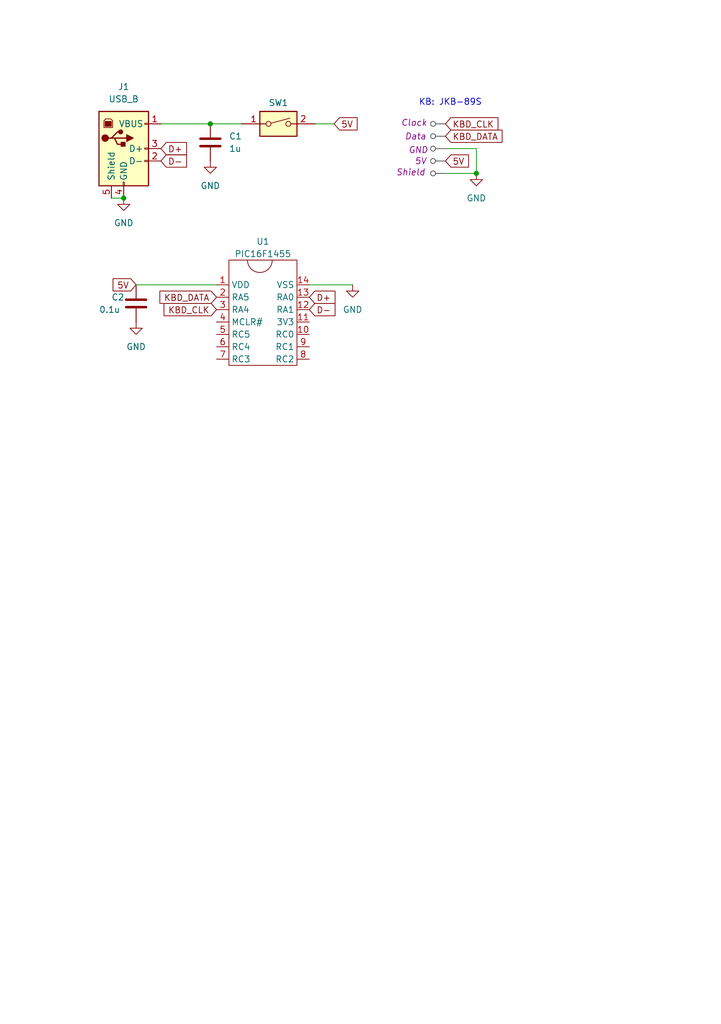
<source format=kicad_sch>
(kicad_sch (version 20231120) (generator "eeschema") (generator_version "8.0")
  (paper "A5" portrait)
  (lib_symbols
    (symbol "0Ore:PIC16F1455"
      (property "Reference" "U" (at 0 0 0))
      (symbol "PIC16F1455_0_1"
        (rectangle (start -7.62 22.86) (end 6.35 1.27))
        (arc (start -3.81 22.86) (mid -3.0661 21.0639) (end -1.27 20.32))
        (arc (start -1.27 20.32) (mid 0.5261 21.0639) (end 1.27 22.86))
      )
      (symbol "PIC16F1455_1_1"
        (pin output line (at -10.16 17.78 0) (length 2.54) (name "VDD") (number "1"))
        (pin bidirectional line (at 8.89 7.62 180) (length 2.54) (name "RC0") (number "10"))
        (pin output line (at 8.89 10.16 180) (length 2.54) (name "3V3") (number "11"))
        (pin bidirectional line (at 8.89 12.7 180) (length 2.54) (name "RA1") (number "12"))
        (pin bidirectional line (at 8.89 15.24 180) (length 2.54) (name "RA0") (number "13"))
        (pin output line (at 8.89 17.78 180) (length 2.54) (name "VSS") (number "14"))
        (pin bidirectional line (at -10.16 15.24 0) (length 2.54) (name "RA5") (number "2"))
        (pin bidirectional line (at -10.16 12.7 0) (length 2.54) (name "RA4") (number "3"))
        (pin input line (at -10.16 10.16 0) (length 2.54) (name "MCLR#") (number "4"))
        (pin bidirectional line (at -10.16 7.62 0) (length 2.54) (name "RC5") (number "5"))
        (pin bidirectional line (at -10.16 5.08 0) (length 2.54) (name "RC4") (number "6"))
        (pin bidirectional line (at -10.16 2.54 0) (length 2.54) (name "RC3") (number "7"))
        (pin bidirectional line (at 8.89 2.54 180) (length 2.54) (name "RC2") (number "8"))
        (pin bidirectional line (at 8.89 5.08 180) (length 2.54) (name "RC1") (number "9"))
      )
    )
    (symbol "Connector:USB_B" (pin_names (offset 1.016))
      (property "Reference" "J" (at -5.08 11.43 0))
      (property "Value" "USB_B" (at -5.08 8.89 0))
      (symbol "USB_B_0_1"
        (rectangle (start -5.08 -7.62) (end 5.08 7.62) (stroke (width 0.254)) (fill (type background)))
        (circle (center -3.81 2.159) (radius 0.635) (stroke (width 0.254)) (fill (type outline)))
        (rectangle (start -3.81 5.588) (end -2.54 4.572) (fill (type outline)))
        (circle (center -0.635 3.429) (radius 0.381) (stroke (width 0.254)) (fill (type outline)))
        (rectangle (start -0.127 -7.62) (end 0.127 -6.858))
        (polyline (pts (xy -1.905 2.159) (xy 0.635 2.159)) (stroke (width 0.254)))
        (polyline (pts (xy -3.175 2.159) (xy -2.54 2.159) (xy -1.27 3.429) (xy -0.635 3.429)) (stroke (width 0.254)))
        (polyline (pts (xy -2.54 2.159) (xy -1.905 2.159) (xy -1.27 0.889) (xy 0 0.889)) (stroke (width 0.254)))
        (polyline (pts (xy 0.635 2.794) (xy 0.635 1.524) (xy 1.905 2.159) (xy 0.635 2.794)) (stroke (width 0.254)) (fill (type outline)))
        (polyline (pts (xy -4.064 4.318) (xy -2.286 4.318) (xy -2.286 5.715) (xy -2.667 6.096) (xy -3.683 6.096) (xy -4.064 5.715) (xy -4.064 4.318)))
        (rectangle (start 0.254 1.27) (end -0.508 0.508) (stroke (width 0.254)) (fill (type outline)))
        (rectangle (start 5.08 -2.667) (end 4.318 -2.413))
        (rectangle (start 5.08 -0.127) (end 4.318 0.127))
        (rectangle (start 5.08 4.953) (end 4.318 5.207))
      )
      (symbol "USB_B_1_1"
        (pin power_out line (at 7.62 5.08 180) (length 2.54) (name "VBUS") (number "1"))
        (pin bidirectional line (at 7.62 -2.54 180) (length 2.54) (name "D-") (number "2"))
        (pin bidirectional line (at 7.62 0 180) (length 2.54) (name "D+") (number "3"))
        (pin power_out line (at 0 -10.16 90) (length 2.54) (name "GND") (number "4"))
        (pin passive line (at -2.54 -10.16 90) (length 2.54) (name "Shield") (number "5"))
      )
    )
    (symbol "Device:C" (pin_numbers hide) (pin_names (offset 0.254))
      (property "Reference" "C" (at 0.635 2.54 0))
      (property "Value" "C" (at 0.635 -2.54 0))
      (symbol "C_0_1"
        (polyline (pts (xy -2.032 -0.762) (xy 2.032 -0.762)) (stroke (width 0.508)))
        (polyline (pts (xy -2.032 0.762) (xy 2.032 0.762)) (stroke (width 0.508)))
      )
      (symbol "C_1_1"
        (pin passive line (at 0 3.81 270) (length 2.794) (name "~") (number "1"))
        (pin passive line (at 0 -3.81 90) (length 2.794) (name "~") (number "2"))
      )
    )
    (symbol "Switch:SW_DIP_x01" (pin_names (offset 0) hide)
      (property "Reference" "SW" (at 0 3.81 0))
      (property "Value" "SW_DIP_x01" (at 0 -3.81 0))
      (symbol "SW_DIP_x01_0_0"
        (circle (center -2.032 0) (radius 0.508))
        (polyline (pts (xy -1.524 0.127) (xy 2.3622 1.1684)))
        (circle (center 2.032 0) (radius 0.508))
      )
      (symbol "SW_DIP_x01_0_1"
        (rectangle (start -3.81 2.54) (end 3.81 -2.54) (stroke (width 0.254)) (fill (type background)))
      )
      (symbol "SW_DIP_x01_1_1"
        (pin passive line (at -7.62 0 0) (length 5.08) (name "~") (number "1"))
        (pin passive line (at 7.62 0 180) (length 5.08) (name "~") (number "2"))
      )
    )
    (symbol "power:GND" (power) (pin_numbers hide) (pin_names (offset 0) hide)
      (property "Value" "GND" (at 0 -3.81 0))
      (symbol "GND_0_1"
        (polyline (pts (xy 0 0) (xy 0 -1.27) (xy 1.27 -1.27) (xy 0 -2.54) (xy -1.27 -1.27) (xy 0 -1.27)))
      )
      (symbol "GND_1_1"
        (pin power_in line (at 0 0 270) (length 0) (name "~") (number "1"))
      )
    )
  )
  (junction (at 97.79 35.56))
  (junction (at 25.4 40.64))
  (junction (at 43.18 25.4))
  (wire (pts (xy 43.18 25.4) (xy 49.53 25.4)))
  (wire (pts (xy 64.77 25.4) (xy 68.58 25.4)))
  (wire (pts (xy 22.86 40.64) (xy 25.4 40.64)))
  (wire (pts (xy 27.94 58.42) (xy 44.45 58.42)))
  (wire (pts (xy 91.44 30.48) (xy 97.79 30.48)))
  (wire (pts (xy 63.5 58.42) (xy 72.39 58.42)))
  (wire (pts (xy 97.79 30.48) (xy 97.79 35.56)))
  (wire (pts (xy 43.18 25.4) (xy 33.02 25.4)))
  (wire (pts (xy 91.44 35.56) (xy 97.79 35.56)))
  (text "KB: JKB-89S" (at 92.456 21.082 0) (effects (font (size 1.27 1.27))))
  (global_label "KBD_DATA" (shape input) (at 44.45 60.96 180) (property "Intersheetrefs" "${INTERSHEET_REFS}" (effects (hide yes))))
  (global_label "5V" (shape input) (at 27.94 58.42 180) (property "Intersheetrefs" "${INTERSHEET_REFS}" (effects (hide yes))))
  (global_label "KBD_CLK" (shape input) (at 91.44 25.4 0) (property "Intersheetrefs" "${INTERSHEET_REFS}" (effects (hide yes))))
  (global_label "D+" (shape input) (at 63.5 60.96 0) (property "Intersheetrefs" "${INTERSHEET_REFS}" (effects (hide yes))))
  (global_label "5V" (shape input) (at 68.58 25.4 0) (property "Intersheetrefs" "${INTERSHEET_REFS}" (effects (hide yes))))
  (global_label "D+" (shape input) (at 33.02 30.48 0) (property "Intersheetrefs" "${INTERSHEET_REFS}" (effects (hide yes))))
  (global_label "KBD_DATA" (shape input) (at 91.44 27.94 0) (property "Intersheetrefs" "${INTERSHEET_REFS}" (effects (hide yes))))
  (global_label "D-" (shape input) (at 63.5 63.5 0) (property "Intersheetrefs" "${INTERSHEET_REFS}" (effects (hide yes))))
  (global_label "D-" (shape input) (at 33.02 33.02 0) (property "Intersheetrefs" "${INTERSHEET_REFS}" (effects (hide yes))))
  (global_label "KBD_CLK" (shape input) (at 44.45 63.5 180) (property "Intersheetrefs" "${INTERSHEET_REFS}" (effects (hide yes))))
  (global_label "5V" (shape input) (at 91.44 33.02 0) (property "Intersheetrefs" "${INTERSHEET_REFS}" (effects (hide yes))))
  (netclass_flag "" (length 2.54) (shape round) (at 91.44 27.94 90) (property "Netclass" "Data" (at 83.058 27.94 0) (effects (font (italic yes)) (justify left))))
  (netclass_flag "" (length 2.54) (shape round) (at 91.44 25.4 90) (property "Netclass" "Clock" (at 82.296 25.146 0) (effects (font (italic yes)) (justify left))))
  (netclass_flag "" (length 2.54) (shape round) (at 91.44 35.56 90) (property "Netclass" "Shield" (at 81.28 35.306 0) (effects (font (italic yes)) (justify left))))
  (netclass_flag "" (length 2.54) (shape round) (at 91.44 33.02 90) (property "Netclass" "5V" (at 85.09 33.02 0) (effects (font (italic yes)) (justify left))))
  (netclass_flag "" (length 2.54) (shape round) (at 91.44 30.48 90) (property "Netclass" "GND" (at 83.82 30.734 0) (effects (font (italic yes)) (justify left))))
  (symbol (lib_id "0Ore:PIC16F1455") (at 54.61 76.2 0) (unit 1)
    (property "Reference" "U1" (at 53.975 49.53 0))
    (property "Value" "PIC16F1455" (at 53.975 52.07 0))
  )
  (symbol (lib_id "power:GND") (at 25.4 40.64 0) (unit 1)
    (property "Reference" "#PWR03" (effects (hide yes)))
    (property "Value" "GND" (at 25.4 45.72 0))
    (property "Description" "Power symbol creates a global label with name \"GND\" , ground" (effects (hide yes)))
  )
  (symbol (lib_id "Switch:SW_DIP_x01") (at 57.15 25.4 0) (unit 1)
    (property "Reference" "SW1" (at 57.15 21.082 0))
    (property "Value" "SW_DIP_x01" (effects (hide yes)))
    (property "Description" "1x DIP Switch, Single Pole Single Throw (SPST) switch, small symbol" (effects (hide yes)))
  )
  (symbol (lib_id "power:GND") (at 97.79 35.56 0) (unit 1)
    (property "Reference" "#PWR02" (effects (hide yes)))
    (property "Value" "GND" (at 97.79 40.64 0))
    (property "Description" "Power symbol creates a global label with name \"GND\" , ground" (effects (hide yes)))
  )
  (symbol (lib_id "power:GND") (at 27.94 66.04 0) (unit 1)
    (property "Reference" "#PWR05" (effects (hide yes)))
    (property "Value" "GND" (at 27.94 71.12 0))
    (property "Description" "Power symbol creates a global label with name \"GND\" , ground" (effects (hide yes)))
  )
  (symbol (lib_id "power:GND") (at 72.39 58.42 0) (unit 1)
    (property "Reference" "#PWR04" (effects (hide yes)))
    (property "Value" "GND" (at 72.39 63.5 0))
    (property "Description" "Power symbol creates a global label with name \"GND\" , ground" (effects (hide yes)))
  )
  (symbol (lib_id "Device:C") (at 27.94 62.23 0) (unit 1)
    (property "Reference" "C2" (at 22.86 60.96 0) (effects (justify left)))
    (property "Value" "0.1u" (at 20.32 63.5 0) (effects (justify left)))
    (property "Description" "Unpolarized capacitor" (effects (hide yes)))
  )
  (symbol (lib_id "Connector:USB_B") (at 25.4 30.48 0) (unit 1)
    (property "Reference" "J1" (at 25.4 17.78 0))
    (property "Value" "USB_B" (at 25.4 20.32 0))
    (property "Description" "USB Type B connector" (effects (hide yes)))
  )
  (symbol (lib_id "power:GND") (at 43.18 33.02 0) (unit 1)
    (property "Reference" "#PWR01" (effects (hide yes)))
    (property "Value" "GND" (at 43.18 38.1 0))
    (property "Description" "Power symbol creates a global label with name \"GND\" , ground" (effects (hide yes)))
  )
  (symbol (lib_id "Device:C") (at 43.18 29.21 0) (unit 1)
    (property "Reference" "C1" (at 46.99 27.9399 0) (effects (justify left)))
    (property "Value" "1u" (at 46.99 30.4799 0) (effects (justify left)))
    (property "Description" "Unpolarized capacitor" (effects (hide yes)))
  )
)
</source>
